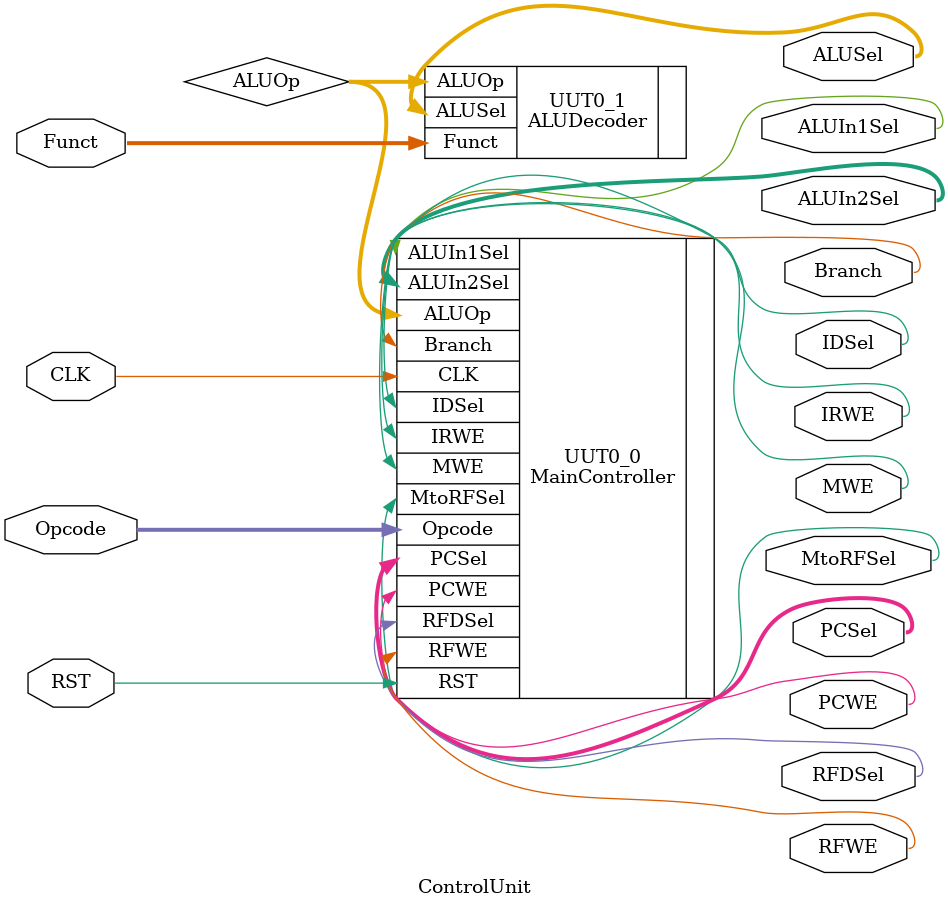
<source format=v>
`timescale 1ns / 1ps

module ControlUnit #(parameter AWL = 6, DWL = 32, DEPTH = 2**AWL)
                    (input CLK, RST,
                     input [AWL-1:0] Opcode, Funct,
                     output [AWL-3:0] ALUSel,
                     output IRWE, MWE, PCWE, Branch, RFWE,
                     output [AWL-5:0] ALUIn2Sel, PCSel,
                     output MtoRFSel, RFDSel,
                            ALUIn1Sel, IDSel);
                     
wire [AWL-5:0] ALUOp;

// FSM
MainController #(.AWL(AWL), .DWL(DWL), .DEPTH(DEPTH))  
               UUT0_0 (.CLK(CLK), .RST(RST), .Opcode(Opcode), .MtoRFSel(MtoRFSel), 
                       .RFDSel(RFDSel), .IDSel(IDSel), .PCSel(PCSel), .ALUOp(ALUOp), 
                       .ALUIn1Sel(ALUIn1Sel), .ALUIn2Sel(ALUIn2Sel), 
                       .IRWE(IRWE), .MWE(MWE), .PCWE(PCWE), .Branch(Branch), .RFWE(RFWE));
               
ALUDecoder     #(.AWL(AWL), .DWL(DWL), .DEPTH(DEPTH))
               UUT0_1 (.ALUOp(ALUOp), .Funct(Funct), .ALUSel(ALUSel));
                     
endmodule

</source>
